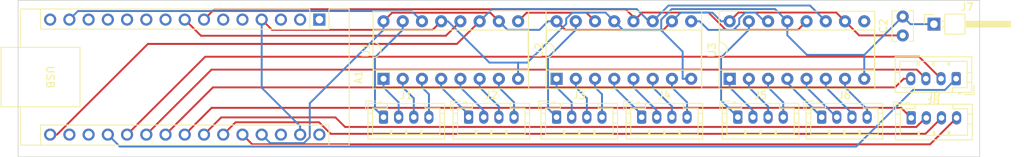
<source format=kicad_pcb>
(kicad_pcb (version 20221018) (generator pcbnew)
  (layers (0 "F.Cu" signal) (31 "B.Cu" signal) (34 "B.Paste" user) (35 "F.Paste" user) (36 "B.SilkS" user "B.Silkscreen") (37 "F.SilkS" user "F.Silkscreen") (38 "B.Mask" user) (39 "F.Mask" user) (44 "Edge.Cuts" user))
  (net 0 "")
  (net 4 "GND")
  (net 7 "led_latch")
  (net 8 "hall_latch")
  (net 13 "data_in")
  (net 15 "clck")
  (net 20 "Net-(J1-Pin_1)")
  (net 21 "Net-(J1-Pin_2)")
  (net 22 "Net-(J1-Pin_3)")
  (net 23 "Net-(J1-Pin_4)")
  (net 24 "Net-(J2-Pin_1)")
  (net 25 "Net-(J2-Pin_2)")
  (net 26 "Net-(J2-Pin_3)")
  (net 27 "Net-(J2-Pin_4)")
  (net 28 "Net-(J3-Pin_1)")
  (net 29 "Net-(J3-Pin_2)")
  (net 30 "Net-(J3-Pin_3)")
  (net 31 "Net-(J3-Pin_4)")
  (net 32 "Net-(J4-Pin_1)")
  (net 33 "Net-(J4-Pin_2)")
  (net 34 "Net-(J4-Pin_3)")
  (net 35 "Net-(J4-Pin_4)")
  (net 36 "Net-(J5-Pin_1)")
  (net 37 "Net-(J5-Pin_2)")
  (net 38 "Net-(J5-Pin_3)")
  (net 39 "Net-(J5-Pin_4)")
  (net 40 "Net-(J6-Pin_1)")
  (net 41 "Net-(J6-Pin_2)")
  (net 42 "Net-(J6-Pin_3)")
  (net 43 "Net-(J6-Pin_4)")
  (net 44 "ovflw1")
  (net 45 "Vcc")
  (net 46 "ovflw2")
  (net 49 "Net-(A1-A0)")
  (net 50 "Net-(A1-A1)")
  (net 51 "Net-(A1-A2)")
  (net 52 "Net-(A1-A3)")
  (net 53 "Net-(A1-SDA{slash}A4)")
  (net 54 "Net-(A1-SCL{slash}A5)")
  (net 55 "Net-(A1-A6)")
  (net 56 "Net-(A1-A7)")
  (footprint "Connector_JST:JST_PH_B4B-PH-K_1x04_P2.00mm_Vertical" (layer "F.Cu") (at 199.2 71.7445)
    (fp_text reference "J5" (at 3 -2.9) (layer "F.SilkS"))
    (fp_text value "Conn_01x04_Socket")
    (pad "1" thru_hole roundrect (at 0 0) (size 1.2 1.75) (drill 0.75) (layers "*.Cu" "*.Mask") (roundrect_rratio 0.2083333333) (net 36 "Net-(J5-Pin_1)"))
    (pad "2" thru_hole oval (at 2 0) (size 1.2 1.75) (drill 0.75) (layers "*.Cu" "*.Mask") (net 37 "Net-(J5-Pin_2)"))
    (pad "3" thru_hole oval (at 4 0) (size 1.2 1.75) (drill 0.75) (layers "*.Cu" "*.Mask") (net 38 "Net-(J5-Pin_3)"))
    (pad "4" thru_hole oval (at 6 0) (size 1.2 1.75) (drill 0.75) (layers "*.Cu" "*.Mask") (net 39 "Net-(J5-Pin_4)"))
  )
  (footprint "Module:Arduino_Nano" (layer "F.Cu") (at 143.93 58.82 -90)
    (fp_text reference "A1" (at 7.62 -5.1599 90) (layer "F.SilkS"))
    (fp_text value "Arduino_Nano_Every")
    (fp_text user "USB" (at 7.62 35.56 -90 unlocked) (layer "F.SilkS"))
    (pad "1" thru_hole rect (at 0 0 270) (size 1.6 1.6) (drill 1) (layers "*.Cu" "*.Mask"))
    (pad "2" thru_hole oval (at 0 2.54 270) (size 1.6 1.6) (drill 1) (layers "*.Cu" "*.Mask"))
    (pad "3" thru_hole oval (at 0 5.08 270) (size 1.6 1.6) (drill 1) (layers "*.Cu" "*.Mask"))
    (pad "4" thru_hole oval (at 0 7.62 270) (size 1.6 1.6) (drill 1) (layers "*.Cu" "*.Mask") (net 4 "GND"))
    (pad "5" thru_hole oval (at 0 10.16 270) (size 1.6 1.6) (drill 1) (layers "*.Cu" "*.Mask"))
    (pad "6" thru_hole oval (at 0 12.7 270) (size 1.6 1.6) (drill 1) (layers "*.Cu" "*.Mask"))
    (pad "7" thru_hole oval (at 0 15.24 270) (size 1.6 1.6) (drill 1) (layers "*.Cu" "*.Mask") (net 7 "led_latch"))
    (pad "8" thru_hole oval (at 0 17.78 270) (size 1.6 1.6) (drill 1) (layers "*.Cu" "*.Mask") (net 8 "hall_latch"))
    (pad "9" thru_hole oval (at 0 20.32 270) (size 1.6 1.6) (drill 1) (layers "*.Cu" "*.Mask"))
    (pad "10" thru_hole oval (at 0 22.86 270) (size 1.6 1.6) (drill 1) (layers "*.Cu" "*.Mask"))
    (pad "11" thru_hole oval (at 0 25.4 270) (size 1.6 1.6) (drill 1) (layers "*.Cu" "*.Mask"))
    (pad "12" thru_hole oval (at 0 27.94 270) (size 1.6 1.6) (drill 1) (layers "*.Cu" "*.Mask"))
    (pad "13" thru_hole oval (at 0 30.48 270) (size 1.6 1.6) (drill 1) (layers "*.Cu" "*.Mask"))
    (pad "14" thru_hole oval (at 0 33.02 270) (size 1.6 1.6) (drill 1) (layers "*.Cu" "*.Mask") (net 13 "data_in"))
    (pad "15" thru_hole oval (at 0 35.56 270) (size 1.6 1.6) (drill 1) (layers "*.Cu" "*.Mask"))
    (pad "16" thru_hole oval (at 15.24 35.56 270) (size 1.6 1.6) (drill 1) (layers "*.Cu" "*.Mask") (net 15 "clck"))
    (pad "17" thru_hole oval (at 15.24 33.02 270) (size 1.6 1.6) (drill 1) (layers "*.Cu" "*.Mask"))
    (pad "18" thru_hole oval (at 15.24 30.48 270) (size 1.6 1.6) (drill 1) (layers "*.Cu" "*.Mask"))
    (pad "19" thru_hole oval (at 15.24 27.94 270) (size 1.6 1.6) (drill 1) (layers "*.Cu" "*.Mask") (net 49 "Net-(A1-A0)"))
    (pad "20" thru_hole oval (at 15.24 25.4 270) (size 1.6 1.6) (drill 1) (layers "*.Cu" "*.Mask") (net 50 "Net-(A1-A1)"))
    (pad "21" thru_hole oval (at 15.24 22.86 270) (size 1.6 1.6) (drill 1) (layers "*.Cu" "*.Mask") (net 51 "Net-(A1-A2)"))
    (pad "22" thru_hole oval (at 15.24 20.32 270) (size 1.6 1.6) (drill 1) (layers "*.Cu" "*.Mask") (net 52 "Net-(A1-A3)"))
    (pad "23" thru_hole oval (at 15.24 17.78 270) (size 1.6 1.6) (drill 1) (layers "*.Cu" "*.Mask") (net 53 "Net-(A1-SDA{slash}A4)"))
    (pad "24" thru_hole oval (at 15.24 15.24 270) (size 1.6 1.6) (drill 1) (layers "*.Cu" "*.Mask") (net 54 "Net-(A1-SCL{slash}A5)"))
    (pad "25" thru_hole oval (at 15.24 12.7 270) (size 1.6 1.6) (drill 1) (layers "*.Cu" "*.Mask") (net 55 "Net-(A1-A6)"))
    (pad "26" thru_hole oval (at 15.24 10.16 270) (size 1.6 1.6) (drill 1) (layers "*.Cu" "*.Mask") (net 56 "Net-(A1-A7)"))
    (pad "27" thru_hole oval (at 15.24 7.62 270) (size 1.6 1.6) (drill 1) (layers "*.Cu" "*.Mask") (net 45 "Vcc"))
    (pad "28" thru_hole oval (at 15.24 5.08 270) (size 1.6 1.6) (drill 1) (layers "*.Cu" "*.Mask"))
    (pad "29" thru_hole oval (at 15.24 2.54 270) (size 1.6 1.6) (drill 1) (layers "*.Cu" "*.Mask") (net 4 "GND"))
    (pad "30" thru_hole oval (at 15.24 0 270) (size 1.6 1.6) (drill 1) (layers "*.Cu" "*.Mask"))
  )
  (footprint "Connector_JST:JST_PH_B4B-PH-K_1x04_P2.00mm_Vertical" (layer "F.Cu") (at 175.26 71.7445)
    (fp_text reference "J3" (at 3 -2.9) (layer "F.SilkS"))
    (fp_text value "Conn_01x04_Socket")
    (pad "1" thru_hole roundrect (at 0 0) (size 1.2 1.75) (drill 0.75) (layers "*.Cu" "*.Mask") (roundrect_rratio 0.2083333333) (net 28 "Net-(J3-Pin_1)"))
    (pad "2" thru_hole oval (at 2 0) (size 1.2 1.75) (drill 0.75) (layers "*.Cu" "*.Mask") (net 29 "Net-(J3-Pin_2)"))
    (pad "3" thru_hole oval (at 4 0) (size 1.2 1.75) (drill 0.75) (layers "*.Cu" "*.Mask") (net 30 "Net-(J3-Pin_3)"))
    (pad "4" thru_hole oval (at 6 0) (size 1.2 1.75) (drill 0.75) (layers "*.Cu" "*.Mask") (net 31 "Net-(J3-Pin_4)"))
  )
  (footprint "Package_DIP:DIP-16_W7.62mm_Socket" (layer "F.Cu") (at 175.26 66.6645 90)
    (fp_text reference "U2" (at 3.81 -2.33 90) (layer "F.SilkS"))
    (fp_text value "74HC595")
    (pad "1" thru_hole rect (at 0 0 90) (size 1.6 1.6) (drill 0.8) (layers "*.Cu" "*.Mask") (net 29 "Net-(J3-Pin_2)"))
    (pad "2" thru_hole oval (at 0 2.54 90) (size 1.6 1.6) (drill 0.8) (layers "*.Cu" "*.Mask") (net 30 "Net-(J3-Pin_3)"))
    (pad "3" thru_hole oval (at 0 5.08 90) (size 1.6 1.6) (drill 0.8) (layers "*.Cu" "*.Mask") (net 31 "Net-(J3-Pin_4)"))
    (pad "4" thru_hole oval (at 0 7.62 90) (size 1.6 1.6) (drill 0.8) (layers "*.Cu" "*.Mask") (net 32 "Net-(J4-Pin_1)"))
    (pad "5" thru_hole oval (at 0 10.16 90) (size 1.6 1.6) (drill 0.8) (layers "*.Cu" "*.Mask") (net 33 "Net-(J4-Pin_2)"))
    (pad "6" thru_hole oval (at 0 12.7 90) (size 1.6 1.6) (drill 0.8) (layers "*.Cu" "*.Mask") (net 34 "Net-(J4-Pin_3)"))
    (pad "7" thru_hole oval (at 0 15.24 90) (size 1.6 1.6) (drill 0.8) (layers "*.Cu" "*.Mask") (net 35 "Net-(J4-Pin_4)"))
    (pad "8" thru_hole oval (at 0 17.78 90) (size 1.6 1.6) (drill 0.8) (layers "*.Cu" "*.Mask") (net 4 "GND"))
    (pad "9" thru_hole oval (at 7.62 17.78 90) (size 1.6 1.6) (drill 0.8) (layers "*.Cu" "*.Mask") (net 46 "ovflw2"))
    (pad "10" thru_hole oval (at 7.62 15.24 90) (size 1.6 1.6) (drill 0.8) (layers "*.Cu" "*.Mask") (net 45 "Vcc"))
    (pad "11" thru_hole oval (at 7.62 12.7 90) (size 1.6 1.6) (drill 0.8) (layers "*.Cu" "*.Mask") (net 15 "clck"))
    (pad "12" thru_hole oval (at 7.62 10.16 90) (size 1.6 1.6) (drill 0.8) (layers "*.Cu" "*.Mask") (net 7 "led_latch"))
    (pad "13" thru_hole oval (at 7.62 7.62 90) (size 1.6 1.6) (drill 0.8) (layers "*.Cu" "*.Mask") (net 4 "GND"))
    (pad "14" thru_hole oval (at 7.62 5.08 90) (size 1.6 1.6) (drill 0.8) (layers "*.Cu" "*.Mask") (net 44 "ovflw1"))
    (pad "15" thru_hole oval (at 7.62 2.54 90) (size 1.6 1.6) (drill 0.8) (layers "*.Cu" "*.Mask") (net 28 "Net-(J3-Pin_1)"))
    (pad "16" thru_hole oval (at 7.62 0 90) (size 1.6 1.6) (drill 0.8) (layers "*.Cu" "*.Mask") (net 45 "Vcc"))
  )
  (footprint "Connector_JST:JST_PH_B4B-PH-K_1x04_P2.00mm_Vertical" (layer "F.Cu") (at 228.0411 66.6531 180)
    (fp_text reference "J8" (at 3 -2.9) (layer "F.SilkS"))
    (fp_text value "Conn_01x04_Socket")
    (pad "1" thru_hole roundrect (at 0 0 180) (size 1.2 1.75) (drill 0.75) (layers "*.Cu" "*.Mask") (roundrect_rratio 0.2083333333) (net 49 "Net-(A1-A0)"))
    (pad "2" thru_hole oval (at 2 0 180) (size 1.2 1.75) (drill 0.75) (layers "*.Cu" "*.Mask") (net 50 "Net-(A1-A1)"))
    (pad "3" thru_hole oval (at 4 0 180) (size 1.2 1.75) (drill 0.75) (layers "*.Cu" "*.Mask") (net 51 "Net-(A1-A2)"))
    (pad "4" thru_hole oval (at 6 0 180) (size 1.2 1.75) (drill 0.75) (layers "*.Cu" "*.Mask") (net 52 "Net-(A1-A3)"))
  )
  (footprint "Connector_JST:JST_PH_B4B-PH-K_1x04_P2.00mm_Vertical" (layer "F.Cu") (at 222.1001 71.8416)
    (fp_text reference "J9" (at 3 -2.9) (layer "F.SilkS"))
    (fp_text value "Conn_01x04_Socket")
    (pad "1" thru_hole roundrect (at 0 0) (size 1.2 1.75) (drill 0.75) (layers "*.Cu" "*.Mask") (roundrect_rratio 0.2083333333) (net 53 "Net-(A1-SDA{slash}A4)"))
    (pad "2" thru_hole oval (at 2 0) (size 1.2 1.75) (drill 0.75) (layers "*.Cu" "*.Mask") (net 54 "Net-(A1-SCL{slash}A5)"))
    (pad "3" thru_hole oval (at 4 0) (size 1.2 1.75) (drill 0.75) (layers "*.Cu" "*.Mask") (net 55 "Net-(A1-A6)"))
    (pad "4" thru_hole oval (at 6 0) (size 1.2 1.75) (drill 0.75) (layers "*.Cu" "*.Mask") (net 56 "Net-(A1-A7)"))
  )
  (footprint "Connector_JST:JST_PH_B4B-PH-K_1x04_P2.00mm_Vertical" (layer "F.Cu") (at 186.5 71.7445)
    (fp_text reference "J4" (at 3 -2.9) (layer "F.SilkS"))
    (fp_text value "Conn_01x04_Socket")
    (pad "1" thru_hole roundrect (at 0 0) (size 1.2 1.75) (drill 0.75) (layers "*.Cu" "*.Mask") (roundrect_rratio 0.2083333333) (net 32 "Net-(J4-Pin_1)"))
    (pad "2" thru_hole oval (at 2 0) (size 1.2 1.75) (drill 0.75) (layers "*.Cu" "*.Mask") (net 33 "Net-(J4-Pin_2)"))
    (pad "3" thru_hole oval (at 4 0) (size 1.2 1.75) (drill 0.75) (layers "*.Cu" "*.Mask") (net 34 "Net-(J4-Pin_3)"))
    (pad "4" thru_hole oval (at 6 0) (size 1.2 1.75) (drill 0.75) (layers "*.Cu" "*.Mask") (net 35 "Net-(J4-Pin_4)"))
  )
  (footprint "Package_DIP:DIP-16_W7.62mm_Socket" (layer "F.Cu") (at 198.12 66.6645 90)
    (fp_text reference "U3" (at 3.81 -2.33 90) (layer "F.SilkS"))
    (fp_text value "74HC595")
    (pad "1" thru_hole rect (at 0 0 90) (size 1.6 1.6) (drill 0.8) (layers "*.Cu" "*.Mask") (net 37 "Net-(J5-Pin_2)"))
    (pad "2" thru_hole oval (at 0 2.54 90) (size 1.6 1.6) (drill 0.8) (layers "*.Cu" "*.Mask") (net 38 "Net-(J5-Pin_3)"))
    (pad "3" thru_hole oval (at 0 5.08 90) (size 1.6 1.6) (drill 0.8) (layers "*.Cu" "*.Mask") (net 39 "Net-(J5-Pin_4)"))
    (pad "4" thru_hole oval (at 0 7.62 90) (size 1.6 1.6) (drill 0.8) (layers "*.Cu" "*.Mask") (net 40 "Net-(J6-Pin_1)"))
    (pad "5" thru_hole oval (at 0 10.16 90) (size 1.6 1.6) (drill 0.8) (layers "*.Cu" "*.Mask") (net 41 "Net-(J6-Pin_2)"))
    (pad "6" thru_hole oval (at 0 12.7 90) (size 1.6 1.6) (drill 0.8) (layers "*.Cu" "*.Mask") (net 42 "Net-(J6-Pin_3)"))
    (pad "7" thru_hole oval (at 0 15.24 90) (size 1.6 1.6) (drill 0.8) (layers "*.Cu" "*.Mask") (net 43 "Net-(J6-Pin_4)"))
    (pad "8" thru_hole oval (at 0 17.78 90) (size 1.6 1.6) (drill 0.8) (layers "*.Cu" "*.Mask") (net 4 "GND"))
    (pad "9" thru_hole oval (at 7.62 17.78 90) (size 1.6 1.6) (drill 0.8) (layers "*.Cu" "*.Mask"))
    (pad "10" thru_hole oval (at 7.62 15.24 90) (size 1.6 1.6) (drill 0.8) (layers "*.Cu" "*.Mask") (net 45 "Vcc"))
    (pad "11" thru_hole oval (at 7.62 12.7 90) (size 1.6 1.6) (drill 0.8) (layers "*.Cu" "*.Mask") (net 15 "clck"))
    (pad "12" thru_hole oval (at 7.62 10.16 90) (size 1.6 1.6) (drill 0.8) (layers "*.Cu" "*.Mask") (net 7 "led_latch"))
    (pad "13" thru_hole oval (at 7.62 7.62 90) (size 1.6 1.6) (drill 0.8) (layers "*.Cu" "*.Mask") (net 4 "GND"))
    (pad "14" thru_hole oval (at 7.62 5.08 90) (size 1.6 1.6) (drill 0.8) (layers "*.Cu" "*.Mask") (net 46 "ovflw2"))
    (pad "15" thru_hole oval (at 7.62 2.54 90) (size 1.6 1.6) (drill 0.8) (layers "*.Cu" "*.Mask") (net 36 "Net-(J5-Pin_1)"))
    (pad "16" thru_hole oval (at 7.62 0 90) (size 1.6 1.6) (drill 0.8) (layers "*.Cu" "*.Mask") (net 45 "Vcc"))
  )
  (footprint "Connector_JST:JST_PH_B4B-PH-K_1x04_P2.00mm_Vertical" (layer "F.Cu") (at 163.64 71.7445)
    (fp_text reference "J2" (at 3 -2.9) (layer "F.SilkS"))
    (fp_text value "Conn_01x04_Socket")
    (pad "1" thru_hole roundrect (at 0 0) (size 1.2 1.75) (drill 0.75) (layers "*.Cu" "*.Mask") (roundrect_rratio 0.2083333333) (net 24 "Net-(J2-Pin_1)"))
    (pad "2" thru_hole oval (at 2 0) (size 1.2 1.75) (drill 0.75) (layers "*.Cu" "*.Mask") (net 25 "Net-(J2-Pin_2)"))
    (pad "3" thru_hole oval (at 4 0) (size 1.2 1.75) (drill 0.75) (layers "*.Cu" "*.Mask") (net 26 "Net-(J2-Pin_3)"))
    (pad "4" thru_hole oval (at 6 0) (size 1.2 1.75) (drill 0.75) (layers "*.Cu" "*.Mask") (net 27 "Net-(J2-Pin_4)"))
  )
  (footprint "Connector_JST:JST_PH_B4B-PH-K_1x04_P2.00mm_Vertical" (layer "F.Cu") (at 152.4 71.7445)
    (fp_text reference "J1" (at 3 -2.9) (layer "F.SilkS"))
    (fp_text value "Conn_01x04_Socket")
    (pad "1" thru_hole roundrect (at 0 0) (size 1.2 1.75) (drill 0.75) (layers "*.Cu" "*.Mask") (roundrect_rratio 0.2083333333) (net 20 "Net-(J1-Pin_1)"))
    (pad "2" thru_hole oval (at 2 0) (size 1.2 1.75) (drill 0.75) (layers "*.Cu" "*.Mask") (net 21 "Net-(J1-Pin_2)"))
    (pad "3" thru_hole oval (at 4 0) (size 1.2 1.75) (drill 0.75) (layers "*.Cu" "*.Mask") (net 22 "Net-(J1-Pin_3)"))
    (pad "4" thru_hole oval (at 6 0) (size 1.2 1.75) (drill 0.75) (layers "*.Cu" "*.Mask") (net 23 "Net-(J1-Pin_4)"))
  )
  (footprint "Package_DIP:DIP-16_W7.62mm_Socket" (layer "F.Cu") (at 152.4 66.6645 90)
    (fp_text reference "U1" (at 3.81 -2.33 90) (layer "F.SilkS"))
    (fp_text value "74HC595")
    (pad "1" thru_hole rect (at 0 0 90) (size 1.6 1.6) (drill 0.8) (layers "*.Cu" "*.Mask") (net 21 "Net-(J1-Pin_2)"))
    (pad "2" thru_hole oval (at 0 2.54 90) (size 1.6 1.6) (drill 0.8) (layers "*.Cu" "*.Mask") (net 22 "Net-(J1-Pin_3)"))
    (pad "3" thru_hole oval (at 0 5.08 90) (size 1.6 1.6) (drill 0.8) (layers "*.Cu" "*.Mask") (net 23 "Net-(J1-Pin_4)"))
    (pad "4" thru_hole oval (at 0 7.62 90) (size 1.6 1.6) (drill 0.8) (layers "*.Cu" "*.Mask") (net 24 "Net-(J2-Pin_1)"))
    (pad "5" thru_hole oval (at 0 10.16 90) (size 1.6 1.6) (drill 0.8) (layers "*.Cu" "*.Mask") (net 25 "Net-(J2-Pin_2)"))
    (pad "6" thru_hole oval (at 0 12.7 90) (size 1.6 1.6) (drill 0.8) (layers "*.Cu" "*.Mask") (net 26 "Net-(J2-Pin_3)"))
    (pad "7" thru_hole oval (at 0 15.24 90) (size 1.6 1.6) (drill 0.8) (layers "*.Cu" "*.Mask") (net 27 "Net-(J2-Pin_4)"))
    (pad "8" thru_hole oval (at 0 17.78 90) (size 1.6 1.6) (drill 0.8) (layers "*.Cu" "*.Mask") (net 4 "GND"))
    (pad "9" thru_hole oval (at 7.62 17.78 90) (size 1.6 1.6) (drill 0.8) (layers "*.Cu" "*.Mask") (net 44 "ovflw1"))
    (pad "10" thru_hole oval (at 7.62 15.24 90) (size 1.6 1.6) (drill 0.8) (layers "*.Cu" "*.Mask") (net 45 "Vcc"))
    (pad "11" thru_hole oval (at 7.62 12.7 90) (size 1.6 1.6) (drill 0.8) (layers "*.Cu" "*.Mask") (net 15 "clck"))
    (pad "12" thru_hole oval (at 7.62 10.16 90) (size 1.6 1.6) (drill 0.8) (layers "*.Cu" "*.Mask") (net 8 "hall_latch"))
    (pad "13" thru_hole oval (at 7.62 7.62 90) (size 1.6 1.6) (drill 0.8) (layers "*.Cu" "*.Mask") (net 4 "GND"))
    (pad "14" thru_hole oval (at 7.62 5.08 90) (size 1.6 1.6) (drill 0.8) (layers "*.Cu" "*.Mask") (net 13 "data_in"))
    (pad "15" thru_hole oval (at 7.62 2.54 90) (size 1.6 1.6) (drill 0.8) (layers "*.Cu" "*.Mask") (net 20 "Net-(J1-Pin_1)"))
    (pad "16" thru_hole oval (at 7.62 0 90) (size 1.6 1.6) (drill 0.8) (layers "*.Cu" "*.Mask") (net 45 "Vcc"))
  )
  (footprint "Capacitor_THT:C_Disc_D3.8mm_W2.6mm_P2.50mm" (layer "F.Cu") (at 220.98 60.92 90)
    (fp_text reference "C2" (at 1.25 -2.55 90) (layer "F.SilkS"))
    (fp_text value "C")
    (pad "1" thru_hole circle (at 0 0 90) (size 1.6 1.6) (drill 0.8) (layers "*.Cu" "*.Mask") (net 45 "Vcc"))
    (pad "2" thru_hole circle (at 2.5 0 90) (size 1.6 1.6) (drill 0.8) (layers "*.Cu" "*.Mask") (net 4 "GND"))
  )
  (footprint "Connector_PinHeader_2.54mm:PinHeader_1x01_P2.54mm_Horizontal" (layer "F.Cu") (at 225.1019 59.4252)
    (fp_text reference "J7" (at 4.385 -2.27) (layer "F.SilkS"))
    (fp_text value "Conn_01x01_Socket")
    (pad "1" thru_hole rect (at 0 0) (size 1.7 1.7) (drill 1) (layers "*.Cu" "*.Mask") (net 4 "GND"))
  )
  (footprint "Connector_JST:JST_PH_B4B-PH-K_1x04_P2.00mm_Vertical" (layer "F.Cu") (at 210.28 71.7445)
    (fp_text reference "J6" (at 3 -2.9) (layer "F.SilkS"))
    (fp_text value "Conn_01x04_Socket")
    (pad "1" thru_hole roundrect (at 0 0) (size 1.2 1.75) (drill 0.75) (layers "*.Cu" "*.Mask") (roundrect_rratio 0.2083333333) (net 40 "Net-(J6-Pin_1)"))
    (pad "2" thru_hole oval (at 2 0) (size 1.2 1.75) (drill 0.75) (layers "*.Cu" "*.Mask") (net 41 "Net-(J6-Pin_2)"))
    (pad "3" thru_hole oval (at 4 0) (size 1.2 1.75) (drill 0.75) (layers "*.Cu" "*.Mask") (net 42 "Net-(J6-Pin_3)"))
    (pad "4" thru_hole oval (at 6 0) (size 1.2 1.75) (drill 0.75) (layers "*.Cu" "*.Mask") (net 43 "Net-(J6-Pin_4)"))
  )
  (gr_rect (start 104.14 56.274912) (end 231.14 77.010978) (stroke (width 0.1)) (fill none) (layer "Edge.Cuts"))
  (segment (start 158.8863 60.1782) (end 137.6682 60.1782) (width 0.25) (layer "F.Cu") (net 4))
  (segment (start 160.02 59.0445) (end 158.8863 60.1782) (width 0.25) (layer "F.Cu") (net 4))
  (segment (start 137.6682 60.1782) (end 136.31 58.82) (width 0.25) (layer "F.Cu") (net 4))
  (segment (start 220.98 58.42) (end 215.9 63.5) (width 0.25) (layer "B.Cu") (net 4))
  (segment (start 166.388 64.5188) (end 160.9137 59.0445) (width 0.25) (layer "B.Cu") (net 4))
  (segment (start 177.343 57.8879) (end 181.7234 57.8879) (width 0.25) (layer "B.Cu") (net 4))
  (segment (start 176.53 59.3899) (end 176.53 58.7005) (width 0.25) (layer "B.Cu") (net 4))
  (segment (start 189.085 58.8191) (end 189.085 60.1713) (width 0.25) (layer "B.Cu") (net 4))
  (segment (start 191.913 63.0631) (end 191.913 66.6645) (width 0.25) (layer "B.Cu") (net 4))
  (segment (start 191.913 66.6645) (end 193.04 66.6645) (width 0.25) (layer "B.Cu") (net 4))
  (segment (start 189.053 60.2033) (end 191.913 63.0631) (width 0.25) (layer "B.Cu") (net 4))
  (segment (start 184.0388 60.2033) (end 189.053 60.2033) (width 0.25) (layer "B.Cu") (net 4))
  (segment (start 136.31 67.8531) (end 136.31 58.82) (width 0.25) (layer "B.Cu") (net 4))
  (segment (start 215.9 63.5) (end 215.9 66.6645) (width 0.25) (layer "B.Cu") (net 4))
  (segment (start 204.1236 57.4281) (end 190.476 57.4281) (width 0.25) (layer "B.Cu") (net 4))
  (segment (start 171.401 64.5188) (end 176.53 59.3899) (width 0.25) (layer "B.Cu") (net 4))
  (segment (start 225.102 59.4252) (end 225.1019 59.4252) (width 0.25) (layer "B.Cu") (net 4))
  (segment (start 205.74 59.0445) (end 204.1236 57.4281) (width 0.25) (layer "B.Cu") (net 4))
  (segment (start 176.53 58.7005) (end 177.343 57.8879) (width 0.25) (layer "B.Cu") (net 4))
  (segment (start 141.39 72.9331) (end 136.31 67.8531) (width 0.25) (layer "B.Cu") (net 4))
  (segment (start 189.085 60.1713) (end 189.053 60.2033) (width 0.25) (layer "B.Cu") (net 4))
  (segment (start 160.9137 59.0445) (end 160.02 59.0445) (width 0.25) (layer "B.Cu") (net 4))
  (segment (start 225.1019 59.4252) (end 221.985 59.4252) (width 0.25) (layer "B.Cu") (net 4))
  (segment (start 141.39 74.06) (end 141.39 72.9331) (width 0.25) (layer "B.Cu") (net 4))
  (segment (start 205.74 60.90475) (end 208.33525 63.5) (width 0.25) (layer "B.Cu") (net 4))
  (segment (start 170.18 66.6645) (end 170.18 64.5188) (width 0.25) (layer "B.Cu") (net 4))
  (segment (start 182.88 59.0445) (end 184.0388 60.2033) (width 0.25) (layer "B.Cu") (net 4))
  (segment (start 205.74 59.0445) (end 205.74 60.90475) (width 0.25) (layer "B.Cu") (net 4))
  (segment (start 181.7234 57.8879) (end 182.88 59.0445) (width 0.25) (layer "B.Cu") (net 4))
  (segment (start 190.476 57.4281) (end 189.085 58.8191) (width 0.25) (layer "B.Cu") (net 4))
  (segment (start 170.18 64.5188) (end 171.401 64.5188) (width 0.25) (layer "B.Cu") (net 4))
  (segment (start 170.18 64.5188) (end 166.388 64.5188) (width 0.25) (layer "B.Cu") (net 4))
  (segment (start 221.985 59.4252) (end 220.98 58.42) (width 0.25) (layer "B.Cu") (net 4))
  (segment (start 208.33525 63.5) (end 215.9 63.5) (width 0.25) (layer "B.Cu") (net 4))
  (segment (start 207.1439 60.1806) (end 197.616 60.1806) (width 0.25) (layer "F.Cu") (net 7))
  (segment (start 185.42 59.0445) (end 185.984 59.0445) (width 0.25) (layer "F.Cu") (net 7))
  (segment (start 195.318 57.8819) (end 186.5826 57.8819) (width 0.25) (layer "F.Cu") (net 7))
  (segment (start 197.616 60.1806) (end 195.318 57.8819) (width 0.25) (layer "F.Cu") (net 7))
  (segment (start 186.5826 57.8819) (end 185.42 59.0445) (width 0.25) (layer "F.Cu") (net 7))
  (segment (start 185.984 59.0445) (end 184.385 57.446) (width 0.25) (layer "F.Cu") (net 7))
  (segment (start 184.385 57.446) (end 130.064 57.446) (width 0.25) (layer "F.Cu") (net 7))
  (segment (start 208.28 59.0445) (end 207.1439 60.1806) (width 0.25) (layer "F.Cu") (net 7))
  (segment (start 130.064 57.446) (end 128.69 58.82) (width 0.25) (layer "F.Cu") (net 7))
  (segment (start 160.6445 60.96) (end 162.56 59.0445) (width 0.25) (layer "F.Cu") (net 8))
  (segment (start 126.15 58.82) (end 128.29 60.96) (width 0.25) (layer "F.Cu") (net 8))
  (segment (start 128.29 60.96) (end 160.6445 60.96) (width 0.25) (layer "F.Cu") (net 8))
  (segment (start 112.0425 57.6875) (end 156.123 57.6875) (width 0.25) (layer "B.Cu") (net 13))
  (segment (start 110.91 58.82) (end 112.0425 57.6875) (width 0.25) (layer "B.Cu") (net 13))
  (segment (start 156.123 57.6875) (end 157.48 59.0445) (width 0.25) (layer "B.Cu") (net 13))
  (segment (start 108.37 74.06) (end 109.2663 74.06) (width 0.25) (layer "F.Cu") (net 15))
  (segment (start 109.2663 74.06) (end 109.497 73.8293) (width 0.25) (layer "F.Cu") (net 15))
  (segment (start 109.497 73.8293) (end 109.4973 73.8293) (width 0.25) (layer "F.Cu") (net 15))
  (segment (start 162.099497 62.045003) (end 165.1 59.0445) (width 0.25) (layer "F.Cu") (net 15))
  (segment (start 109.4973 73.8293) (end 121.281597 62.045003) (width 0.25) (layer "F.Cu") (net 15))
  (segment (start 121.281597 62.045003) (end 162.099497 62.045003) (width 0.25) (layer "F.Cu") (net 15))
  (segment (start 187.96 59.0445) (end 187.4575 59.0445) (width 0.25) (layer "B.Cu") (net 15))
  (segment (start 187.4575 59.0445) (end 185.8428 57.4298) (width 0.25) (layer "B.Cu") (net 15))
  (segment (start 208.7311 56.9556) (end 190.049 56.9556) (width 0.25) (layer "B.Cu") (net 15))
  (segment (start 185.8428 57.4298) (end 166.7147 57.4298) (width 0.25) (layer "B.Cu") (net 15))
  (segment (start 210.82 59.0445) (end 208.7311 56.9556) (width 0.25) (layer "B.Cu") (net 15))
  (segment (start 190.049 56.9556) (end 187.96 59.0445) (width 0.25) (layer "B.Cu") (net 15))
  (segment (start 166.7147 57.4298) (end 165.1 59.0445) (width 0.25) (layer "B.Cu") (net 15))
  (segment (start 151.273 63.8383) (end 151.273 70.6176) (width 0.25) (layer "B.Cu") (net 20))
  (segment (start 154.94 60.1714) (end 151.273 63.8383) (width 0.25) (layer "B.Cu") (net 20))
  (segment (start 151.273 70.6176) (end 152.4 71.7445) (width 0.25) (layer "B.Cu") (net 20))
  (segment (start 154.94 59.0445) (end 154.94 60.1714) (width 0.25) (layer "B.Cu") (net 20))
  (segment (start 152.4 66.6645) (end 152.4 67.7914) (width 0.25) (layer "B.Cu") (net 21))
  (segment (start 152.4 67.7914) (end 154.4 69.7914) (width 0.25) (layer "B.Cu") (net 21))
  (segment (start 154.4 69.7914) (end 154.4 71.7445) (width 0.25) (layer "B.Cu") (net 21))
  (segment (start 154.94 67.7914) (end 156.4 69.2514) (width 0.25) (layer "B.Cu") (net 22))
  (segment (start 154.94 66.6645) (end 154.94 67.7914) (width 0.25) (layer "B.Cu") (net 22))
  (segment (start 156.4 69.2514) (end 156.4 71.7445) (width 0.25) (layer "B.Cu") (net 22))
  (segment (start 158.4 68.7114) (end 158.4 71.7445) (width 0.25) (layer "B.Cu") (net 23))
  (segment (start 157.48 66.6645) (end 157.48 67.7914) (width 0.25) (layer "B.Cu") (net 23))
  (segment (start 157.48 67.7914) (end 158.4 68.7114) (width 0.25) (layer "B.Cu") (net 23))
  (segment (start 160.02 66.6645) (end 160.02 67.7914) (width 0.25) (layer "B.Cu") (net 24))
  (segment (start 160.02 67.7914) (end 163.64 71.4114) (width 0.25) (layer "B.Cu") (net 24))
  (segment (start 163.64 71.4114) (end 163.64 71.7445) (width 0.25) (layer "B.Cu") (net 24))
  (segment (start 165.311 70.5426) (end 165.311 70.5424) (width 0.25) (layer "B.Cu") (net 25))
  (segment (start 165.64 70.8716) (end 165.311 70.5426) (width 0.25) (layer "B.Cu") (net 25))
  (segment (start 162.56 67.7914) (end 162.56 66.6645) (width 0.25) (layer "B.Cu") (net 25))
  (segment (start 165.64 71.7445) (end 165.64 70.8716) (width 0.25) (layer "B.Cu") (net 25))
  (segment (start 165.311 70.5424) (end 162.56 67.7914) (width 0.25) (layer "B.Cu") (net 25))
  (segment (start 167.64 71.7445) (end 167.64 70.3314) (width 0.25) (layer "B.Cu") (net 26))
  (segment (start 165.1 67.7914) (end 165.1 66.6645) (width 0.25) (layer "B.Cu") (net 26))
  (segment (start 167.64 70.3314) (end 165.1 67.7914) (width 0.25) (layer "B.Cu") (net 26))
  (segment (start 167.64 66.6645) (end 167.64 67.7914) (width 0.25) (layer "B.Cu") (net 27))
  (segment (start 167.64 67.7914) (end 169.64 69.7914) (width 0.25) (layer "B.Cu") (net 27))
  (segment (start 169.64 69.7914) (end 169.64 71.7445) (width 0.25) (layer "B.Cu") (net 27))
  (segment (start 177.8 60.1714) (end 174.133 63.8383) (width 0.25) (layer "B.Cu") (net 28))
  (segment (start 174.133 70.6176) (end 175.26 71.7445) (width 0.25) (layer "B.Cu") (net 28))
  (segment (start 174.133 63.8383) (end 174.133 70.6176) (width 0.25) (layer "B.Cu") (net 28))
  (segment (start 177.8 59.0445) (end 177.8 60.1714) (width 0.25) (layer "B.Cu") (net 28))
  (segment (start 177.26 69.7914) (end 177.26 71.7445) (width 0.25) (layer "B.Cu") (net 29))
  (segment (start 175.26 67.7914) (end 177.26 69.7914) (width 0.25) (layer "B.Cu") (net 29))
  (segment (start 175.26 66.6645) (end 175.26 67.7914) (width 0.25) (layer "B.Cu") (net 29))
  (segment (start 177.8 67.7914) (end 179.26 69.2514) (width 0.25) (layer "B.Cu") (net 30))
  (segment (start 177.8 66.6645) (end 177.8 67.7914) (width 0.25) (layer "B.Cu") (net 30))
  (segment (start 179.26 69.2514) (end 179.26 71.7445) (width 0.25) (layer "B.Cu") (net 30))
  (segment (start 180.34 66.6645) (end 180.34 67.7914) (width 0.25) (layer "B.Cu") (net 31))
  (segment (start 181.26 68.7114) (end 181.26 71.7445) (width 0.25) (layer "B.Cu") (net 31))
  (segment (start 180.34 67.7914) (end 181.26 68.7114) (width 0.25) (layer "B.Cu") (net 31))
  (segment (start 186.5 71.4114) (end 186.5 71.7445) (width 0.25) (layer "B.Cu") (net 32))
  (segment (start 182.88 67.7914) (end 186.5 71.4114) (width 0.25) (layer "B.Cu") (net 32))
  (segment (start 182.88 66.6645) (end 182.88 67.7914) (width 0.25) (layer "B.Cu") (net 32))
  (segment (start 188.171 70.5426) (end 188.171 70.5424) (width 0.25) (layer "B.Cu") (net 33))
  (segment (start 188.171 70.5424) (end 185.42 67.7914) (width 0.25) (layer "B.Cu") (net 33))
  (segment (start 188.5 70.8716) (end 188.171 70.5426) (width 0.25) (layer "B.Cu") (net 33))
  (segment (start 188.5 71.7445) (end 188.5 70.8716) (width 0.25) (layer "B.Cu") (net 33))
  (segment (start 185.42 67.7914) (end 185.42 66.6645) (width 0.25) (layer "B.Cu") (net 33))
  (segment (start 190.5 70.3314) (end 187.96 67.7914) (width 0.25) (layer "B.Cu") (net 34))
  (segment (start 187.96 67.7914) (end 187.96 66.6645) (width 0.25) (layer "B.Cu") (net 34))
  (segment (start 190.5 71.7445) (end 190.5 70.3314) (width 0.25) (layer "B.Cu") (net 34))
  (segment (start 190.5 67.7914) (end 192.5 69.7914) (width 0.25) (layer "B.Cu") (net 35))
  (segment (start 192.5 69.7914) (end 192.5 71.7445) (width 0.25) (layer "B.Cu") (net 35))
  (segment (start 190.5 66.6645) (end 190.5 67.7914) (width 0.25) (layer "B.Cu") (net 35))
  (segment (start 200.66 60.1714) (end 196.993 63.8383) (width 0.25) (layer "B.Cu") (net 36))
  (segment (start 196.993 69.5376) (end 199.2 71.7445) (width 0.25) (layer "B.Cu") (net 36))
  (segment (start 200.66 59.0445) (end 200.66 60.1714) (width 0.25) (layer "B.Cu") (net 36))
  (segment (start 196.993 63.8383) (end 196.993 69.5376) (width 0.25) (layer "B.Cu") (net 36))
  (segment (start 200.871 70.5424) (end 198.12 67.7914) (width 0.25) (layer "B.Cu") (net 37))
  (segment (start 201.2 71.7445) (end 201.2 70.8716) (width 0.25) (layer "B.Cu") (net 37))
  (segment (start 200.871 70.5426) (end 200.871 70.5424) (width 0.25) (layer "B.Cu") (net 37))
  (segment (start 201.2 70.8716) (end 200.871 70.5426) (width 0.25) (layer "B.Cu") (net 37))
  (segment (start 198.12 67.7914) (end 198.12 66.6645) (width 0.25) (layer "B.Cu") (net 37))
  (segment (start 203.2 70.3314) (end 203.2 71.7445) (width 0.25) (layer "B.Cu") (net 38))
  (segment (start 200.66 67.7914) (end 203.2 70.3314) (width 0.25) (layer "B.Cu") (net 38))
  (segment (start 200.66 66.6645) (end 200.66 67.7914) (width 0.25) (layer "B.Cu") (net 38))
  (segment (start 205.2 69.7914) (end 203.2 67.7914) (width 0.25) (layer "B.Cu") (net 39))
  (segment (start 203.2 67.7914) (end 203.2 66.6645) (width 0.25) (layer "B.Cu") (net 39))
  (segment (start 205.2 71.7445) (end 205.2 69.7914) (width 0.25) (layer "B.Cu") (net 39))
  (segment (start 205.74 67.2045) (end 210.28 71.7445) (width 0.25) (layer "B.Cu") (net 40))
  (segment (start 205.74 66.6645) (end 205.74 67.2045) (width 0.25) (layer "B.Cu") (net 40))
  (segment (start 208.28 67.7914) (end 208.28 66.6645) (width 0.25) (layer "B.Cu") (net 41))
  (segment (start 212.28 71.7445) (end 212.2331 71.7445) (width 0.25) (layer "B.Cu") (net 41))
  (segment (start 212.2331 71.7445) (end 208.28 67.7914) (width 0.25) (layer "B.Cu") (net 41))
  (segment (start 210.82 66.6645) (end 210.82 67.7914) (width 0.25) (layer "B.Cu") (net 42))
  (segment (start 210.82 67.7914) (end 214.28 71.2514) (width 0.25) (layer "B.Cu") (net 42))
  (segment (start 214.28 71.2514) (end 214.28 71.7445) (width 0.25) (layer "B.Cu") (net 42))
  (segment (start 216.28 71.7445) (end 216.28 70.7116) (width 0.25) (layer "B.Cu") (net 43))
  (segment (start 216.111 70.5426) (end 216.111 70.5424) (width 0.25) (layer "B.Cu") (net 43))
  (segment (start 216.111 70.5424) (end 213.36 67.7914) (width 0.25) (layer "B.Cu") (net 43))
  (segment (start 216.28 70.7116) (end 216.111 70.5426) (width 0.25) (layer "B.Cu") (net 43))
  (segment (start 213.36 67.7914) (end 213.36 66.6645) (width 0.25) (layer "B.Cu") (net 43))
  (segment (start 179.2038 57.9083) (end 180.34 59.0445) (width 0.25) (layer "F.Cu") (net 44))
  (segment (start 170.18 59.0445) (end 171.3162 57.9083) (width 0.25) (layer "F.Cu") (net 44))
  (segment (start 171.3162 57.9083) (end 179.2038 57.9083) (width 0.25) (layer "F.Cu") (net 44))
  (segment (start 166.504 57.9085) (end 167.64 59.0445) (width 0.25) (layer "F.Cu") (net 45))
  (segment (start 176.4004 60.1849) (end 175.26 59.0445) (width 0.25) (layer "F.Cu") (net 45))
  (segment (start 199.2826 57.8819) (end 198.12 59.0445) (width 0.25) (layer "F.Cu") (net 45))
  (segment (start 190.5 59.0445) (end 189.3596 60.1849) (width 0.25) (layer "F.Cu") (net 45))
  (segment (start 189.3596 60.1849) (end 176.4004 60.1849) (width 0.25) (layer "F.Cu") (net 45))
  (segment (start 215.2355 60.92) (end 220.98 60.92) (width 0.25) (layer "F.Cu") (net 45))
  (segment (start 152.4 59.0445) (end 153.536 57.9085) (width 0.25) (layer "F.Cu") (net 45))
  (segment (start 213.36 59.0445) (end 212.1974 57.8819) (width 0.25) (layer "F.Cu") (net 45))
  (segment (start 213.36 59.0445) (end 215.2355 60.92) (width 0.25) (layer "F.Cu") (net 45))
  (segment (start 212.1974 57.8819) (end 199.2826 57.8819) (width 0.25) (layer "F.Cu") (net 45))
  (segment (start 153.536 57.9085) (end 166.504 57.9085) (width 0.25) (layer "F.Cu") (net 45))
  (segment (start 142.66 74.4135) (end 141.885 75.1887) (width 0.25) (layer "B.Cu") (net 45))
  (segment (start 174.133 59.0445) (end 175.26 59.0445) (width 0.25) (layer "B.Cu") (net 45))
  (segment (start 152.4 60.1714) (end 142.66 69.9114) (width 0.25) (layer "B.Cu") (net 45))
  (segment (start 190.5 59.0445) (end 191.6442 57.9003) (width 0.25) (layer "B.Cu") (net 45))
  (segment (start 152.4 59.0445) (end 152.4 60.1714) (width 0.25) (layer "B.Cu") (net 45))
  (segment (start 137.4387 75.1887) (end 136.31 74.06) (width 0.25) (layer "B.Cu") (net 45))
  (segment (start 195.849 57.9003) (end 196.993 59.0445) (width 0.25) (layer "B.Cu") (net 45))
  (segment (start 167.64 59.0445) (end 168.7731 60.1776) (width 0.25) (layer "B.Cu") (net 45))
  (segment (start 141.885 75.1887) (end 137.4387 75.1887) (width 0.25) (layer "B.Cu") (net 45))
  (segment (start 173 60.1776) (end 174.133 59.0445) (width 0.25) (layer "B.Cu") (net 45))
  (segment (start 142.66 69.9114) (end 142.66 74.4135) (width 0.25) (layer "B.Cu") (net 45))
  (segment (start 191.6442 57.9003) (end 195.849 57.9003) (width 0.25) (layer "B.Cu") (net 45))
  (segment (start 196.993 59.0445) (end 198.12 59.0445) (width 0.25) (layer "B.Cu") (net 45))
  (segment (start 168.7731 60.1776) (end 173 60.1776) (width 0.25) (layer "B.Cu") (net 45))
  (segment (start 202.6975 59.0445) (end 203.2 59.0445) (width 0.25) (layer "B.Cu") (net 46))
  (segment (start 193.04 59.0445) (end 194.167 59.0445) (width 0.25) (layer "B.Cu") (net 46))
  (segment (start 201.5525 57.8995) (end 202.6975 59.0445) (width 0.25) (layer "B.Cu") (net 46))
  (segment (start 198.632 60.1848) (end 199.39 59.4267) (width 0.25) (layer "B.Cu") (net 46))
  (segment (start 195.307 60.1848) (end 198.632 60.1848) (width 0.25) (layer "B.Cu") (net 46))
  (segment (start 200.165 57.8995) (end 201.5525 57.8995) (width 0.25) (layer "B.Cu") (net 46))
  (segment (start 199.39 58.6748) (end 200.165 57.8995) (width 0.25) (layer "B.Cu") (net 46))
  (segment (start 199.39 59.4267) (end 199.39 58.6748) (width 0.25) (layer "B.Cu") (net 46))
  (segment (start 194.167 59.0445) (end 195.307 60.1848) (width 0.25) (layer "B.Cu") (net 46))
  (segment (start 117.5739 75.6439) (end 214.84 75.6439) (width 0.25) (layer "B.Cu") (net 49))
  (segment (start 227.3911 67.303) (end 228.041 66.6531) (width 0.25) (layer "B.Cu") (net 49))
  (segment (start 226.551 68.1432) (end 227.3911 67.303) (width 0.25) (layer "B.Cu") (net 49))
  (segment (start 222.341 68.1432) (end 226.551 68.1432) (width 0.25) (layer "B.Cu") (net 49))
  (segment (start 227.3911 67.303) (end 227.3912 67.303) (width 0.25) (layer "B.Cu") (net 49))
  (segment (start 214.84 75.6439) (end 222.341 68.1432) (width 0.25) (layer "B.Cu") (net 49))
  (segment (start 115.99 74.06) (end 117.5739 75.6439) (width 0.25) (layer "B.Cu") (net 49))
  (segment (start 227.3912 67.303) (end 228.0411 66.6531) (width 0.25) (layer "B.Cu") (net 49))
  (segment (start 226.0411 66.6531) (end 223.124859 63.736859) (width 0.25) (layer "F.Cu") (net 50))
  (segment (start 128.853141 63.736859) (end 118.53 74.06) (width 0.25) (layer "F.Cu") (net 50))
  (segment (start 223.124859 63.736859) (end 128.853141 63.736859) (width 0.25) (layer "F.Cu") (net 50))
  (segment (start 224.0411 66.6531) (end 222.8373 65.4493) (width 0.25) (layer "F.Cu") (net 51))
  (segment (start 129.6807 65.4493) (end 121.07 74.06) (width 0.25) (layer "F.Cu") (net 51))
  (segment (start 222.8373 65.4493) (end 129.6807 65.4493) (width 0.25) (layer "F.Cu") (net 51))
  (segment (start 219.962 67.8055) (end 221.114 66.6531) (width 0.25) (layer "F.Cu") (net 52))
  (segment (start 123.61 74.06) (end 129.8645 67.8055) (width 0.25) (layer "F.Cu") (net 52))
  (segment (start 221.114 66.6531) (end 222.0411 66.6531) (width 0.25) (layer "F.Cu") (net 52))
  (segment (start 129.8645 67.8055) (end 219.962 67.8055) (width 0.25) (layer "F.Cu") (net 52))
  (segment (start 126.15 74.06) (end 129.6964 70.5136) (width 0.25) (layer "F.Cu") (net 53))
  (segment (start 221.4361 71.1776) (end 222.1001 71.8416) (width 0.25) (layer "F.Cu") (net 53))
  (segment (start 129.6964 70.5136) (end 220.772 70.5136) (width 0.25) (layer "F.Cu") (net 53))
  (segment (start 220.772 70.5136) (end 221.436 71.1776) (width 0.25) (layer "F.Cu") (net 53))
  (segment (start 221.436 71.1776) (end 222.1 71.8416) (width 0.25) (layer "F.Cu") (net 53))
  (segment (start 221.436 71.1776) (end 221.4361 71.1776) (width 0.25) (layer "F.Cu") (net 53))
  (segment (start 128.69 74.06) (end 130.967018 71.782982) (width 0.25) (layer "F.Cu") (net 54))
  (segment (start 146.056682 71.782982) (end 147.32 73.0463) (width 0.25) (layer "F.Cu") (net 54))
  (segment (start 222.78 73.0463) (end 223.9847 71.8416) (width 0.25) (layer "F.Cu") (net 54))
  (segment (start 147.32 73.0463) (end 222.78 73.0463) (width 0.25) (layer "F.Cu") (net 54))
  (segment (start 130.967018 71.782982) (end 146.056682 71.782982) (width 0.25) (layer "F.Cu") (net 54))
  (segment (start 223.9847 71.8416) (end 224.1001 71.8416) (width 0.25) (layer "F.Cu") (net 54))
  (segment (start 131.23 74.06) (end 132.859002 72.430998) (width 0.25) (layer "F.Cu") (net 55))
  (segment (start 223.984134 73.957566) (end 226.1001 71.8416) (width 0.25) (layer "F.Cu") (net 55))
  (segment (start 145.426766 73.957566) (end 223.984134 73.957566) (width 0.25) (layer "F.Cu") (net 55))
  (segment (start 132.859002 72.430998) (end 143.900198 72.430998) (width 0.25) (layer "F.Cu") (net 55))
  (segment (start 143.900198 72.430998) (end 145.426766 73.957566) (width 0.25) (layer "F.Cu") (net 55))
  (segment (start 228.1001 71.8416) (end 224.594836 75.346864) (width 0.25) (layer "F.Cu") (net 56))
  (segment (start 224.594836 75.346864) (end 135.056864 75.346864) (width 0.25) (layer "F.Cu") (net 56))
  (segment (start 135.056864 75.346864) (end 133.77 74.06) (width 0.25) (layer "F.Cu") (net 56))
)
</source>
